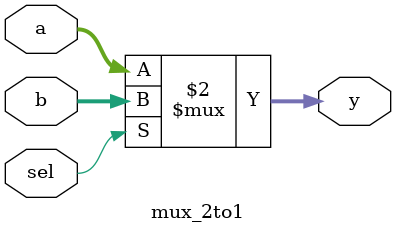
<source format=v>
module mux_2to1
    #( 
        parameter WIDTH = 8
    )
    (
        input wire [WIDTH-1:0]  a,
        input wire [WIDTH-1:0]  b,
        input wire [0:0]        sel,
        output wire [WIDTH-1:0] y
    );

    assign y = (sel == 1'b0) ? a : b;  

endmodule

</source>
